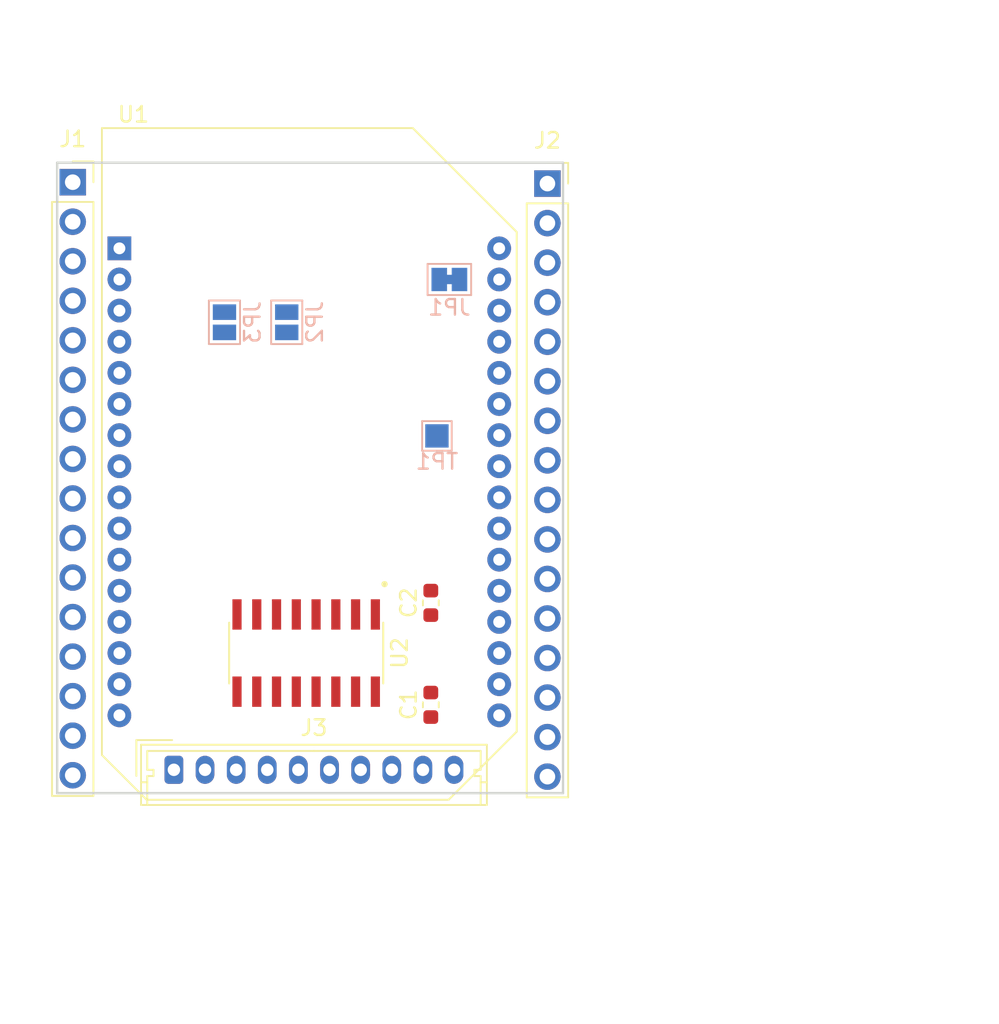
<source format=kicad_pcb>
(kicad_pcb (version 20171130) (host pcbnew "(2018-02-15 revision 29b28de31)-makepkg")

  (general
    (thickness 1.6)
    (drawings 7)
    (tracks 0)
    (zones 0)
    (modules 11)
    (nets 51)
  )

  (page A4)
  (layers
    (0 F.Cu signal)
    (31 B.Cu signal)
    (32 B.Adhes user)
    (33 F.Adhes user)
    (34 B.Paste user)
    (35 F.Paste user)
    (36 B.SilkS user)
    (37 F.SilkS user)
    (38 B.Mask user)
    (39 F.Mask user)
    (40 Dwgs.User user)
    (41 Cmts.User user)
    (42 Eco1.User user)
    (43 Eco2.User user)
    (44 Edge.Cuts user)
    (45 Margin user)
    (46 B.CrtYd user)
    (47 F.CrtYd user)
    (48 B.Fab user)
    (49 F.Fab user)
  )

  (setup
    (last_trace_width 0.25)
    (trace_clearance 0.2)
    (zone_clearance 0.508)
    (zone_45_only no)
    (trace_min 0.2)
    (segment_width 0.2)
    (edge_width 0.15)
    (via_size 0.8)
    (via_drill 0.4)
    (via_min_size 0.4)
    (via_min_drill 0.3)
    (uvia_size 0.3)
    (uvia_drill 0.1)
    (uvias_allowed no)
    (uvia_min_size 0.2)
    (uvia_min_drill 0.1)
    (pcb_text_width 0.3)
    (pcb_text_size 1.5 1.5)
    (mod_edge_width 0.15)
    (mod_text_size 1 1)
    (mod_text_width 0.15)
    (pad_size 1.524 1.524)
    (pad_drill 0.762)
    (pad_to_mask_clearance 0.2)
    (aux_axis_origin 0 0)
    (visible_elements 7FFFFFFF)
    (pcbplotparams
      (layerselection 0x010fc_ffffffff)
      (usegerberextensions false)
      (usegerberattributes false)
      (usegerberadvancedattributes false)
      (creategerberjobfile false)
      (excludeedgelayer true)
      (linewidth 0.100000)
      (plotframeref false)
      (viasonmask false)
      (mode 1)
      (useauxorigin false)
      (hpglpennumber 1)
      (hpglpenspeed 20)
      (hpglpendiameter 15)
      (psnegative false)
      (psa4output false)
      (plotreference true)
      (plotvalue true)
      (plotinvisibletext false)
      (padsonsilk false)
      (subtractmaskfromsilk false)
      (outputformat 1)
      (mirror false)
      (drillshape 1)
      (scaleselection 1)
      (outputdirectory ""))
  )

  (net 0 "")
  (net 1 "Net-(J1-Pad4)")
  (net 2 "Net-(J1-Pad6)")
  (net 3 "Net-(J1-Pad8)")
  (net 4 "Net-(J1-Pad10)")
  (net 5 "Net-(J1-Pad12)")
  (net 6 "Net-(J1-Pad14)")
  (net 7 "Net-(J1-Pad3)")
  (net 8 "Net-(J1-Pad5)")
  (net 9 "Net-(J1-Pad7)")
  (net 10 "Net-(J1-Pad9)")
  (net 11 "Net-(J1-Pad11)")
  (net 12 "Net-(J1-Pad13)")
  (net 13 "Net-(J2-Pad15)")
  (net 14 "Net-(J2-Pad13)")
  (net 15 "Net-(J2-Pad11)")
  (net 16 "Net-(J2-Pad9)")
  (net 17 "Net-(J2-Pad7)")
  (net 18 "Net-(J2-Pad3)")
  (net 19 "Net-(J2-Pad1)")
  (net 20 "Net-(J2-Pad16)")
  (net 21 "Net-(J2-Pad14)")
  (net 22 "Net-(J2-Pad12)")
  (net 23 "Net-(J2-Pad10)")
  (net 24 "Net-(J2-Pad8)")
  (net 25 "Net-(J2-Pad6)")
  (net 26 "Net-(J2-Pad2)")
  (net 27 U_D-)
  (net 28 U_D+)
  (net 29 MISO_O)
  (net 30 MOSI_O)
  (net 31 CLK_O)
  (net 32 CS1_O)
  (net 33 CS0_O)
  (net 34 CS2_O)
  (net 35 MISO_E)
  (net 36 CS2_E)
  (net 37 CS1_E)
  (net 38 CS0_E)
  (net 39 MOSI_E)
  (net 40 CLK_E)
  (net 41 3V3_C)
  (net 42 GND_C)
  (net 43 GND_I)
  (net 44 3V3_I)
  (net 45 "Net-(TP1-Pad1)")
  (net 46 3V3_O)
  (net 47 "Net-(JP2-Pad2)")
  (net 48 "Net-(JP2-Pad1)")
  (net 49 "Net-(JP3-Pad1)")
  (net 50 "Net-(JP3-Pad2)")

  (net_class Default "This is the default net class."
    (clearance 0.2)
    (trace_width 0.25)
    (via_dia 0.8)
    (via_drill 0.4)
    (uvia_dia 0.3)
    (uvia_drill 0.1)
    (add_net 3V3_C)
    (add_net 3V3_I)
    (add_net 3V3_O)
    (add_net CLK_E)
    (add_net CLK_O)
    (add_net CS0_E)
    (add_net CS0_O)
    (add_net CS1_E)
    (add_net CS1_O)
    (add_net CS2_E)
    (add_net CS2_O)
    (add_net GND_C)
    (add_net GND_I)
    (add_net MISO_E)
    (add_net MISO_O)
    (add_net MOSI_E)
    (add_net MOSI_O)
    (add_net "Net-(J1-Pad10)")
    (add_net "Net-(J1-Pad11)")
    (add_net "Net-(J1-Pad12)")
    (add_net "Net-(J1-Pad13)")
    (add_net "Net-(J1-Pad14)")
    (add_net "Net-(J1-Pad3)")
    (add_net "Net-(J1-Pad4)")
    (add_net "Net-(J1-Pad5)")
    (add_net "Net-(J1-Pad6)")
    (add_net "Net-(J1-Pad7)")
    (add_net "Net-(J1-Pad8)")
    (add_net "Net-(J1-Pad9)")
    (add_net "Net-(J2-Pad1)")
    (add_net "Net-(J2-Pad10)")
    (add_net "Net-(J2-Pad11)")
    (add_net "Net-(J2-Pad12)")
    (add_net "Net-(J2-Pad13)")
    (add_net "Net-(J2-Pad14)")
    (add_net "Net-(J2-Pad15)")
    (add_net "Net-(J2-Pad16)")
    (add_net "Net-(J2-Pad2)")
    (add_net "Net-(J2-Pad3)")
    (add_net "Net-(J2-Pad6)")
    (add_net "Net-(J2-Pad7)")
    (add_net "Net-(J2-Pad8)")
    (add_net "Net-(J2-Pad9)")
    (add_net "Net-(JP2-Pad1)")
    (add_net "Net-(JP2-Pad2)")
    (add_net "Net-(JP3-Pad1)")
    (add_net "Net-(JP3-Pad2)")
    (add_net "Net-(TP1-Pad1)")
    (add_net U_D+)
    (add_net U_D-)
  )

  (module Capacitor_SMD:C_0603_1608Metric (layer F.Cu) (tedit 5B301BBE) (tstamp 5D225332)
    (at 154.0075 107.775 90)
    (descr "Capacitor SMD 0603 (1608 Metric), square (rectangular) end terminal, IPC_7351 nominal, (Body size source: http://www.tortai-tech.com/upload/download/2011102023233369053.pdf), generated with kicad-footprint-generator")
    (tags capacitor)
    (path /5D15EF1D)
    (attr smd)
    (fp_text reference C2 (at 0 -1.43 90) (layer F.SilkS)
      (effects (font (size 1 1) (thickness 0.15)))
    )
    (fp_text value C_Small (at 0 1.43 90) (layer F.Fab)
      (effects (font (size 1 1) (thickness 0.15)))
    )
    (fp_text user %R (at 0 0 90) (layer F.Fab)
      (effects (font (size 0.4 0.4) (thickness 0.06)))
    )
    (fp_line (start 1.48 0.73) (end -1.48 0.73) (layer F.CrtYd) (width 0.05))
    (fp_line (start 1.48 -0.73) (end 1.48 0.73) (layer F.CrtYd) (width 0.05))
    (fp_line (start -1.48 -0.73) (end 1.48 -0.73) (layer F.CrtYd) (width 0.05))
    (fp_line (start -1.48 0.73) (end -1.48 -0.73) (layer F.CrtYd) (width 0.05))
    (fp_line (start -0.162779 0.51) (end 0.162779 0.51) (layer F.SilkS) (width 0.12))
    (fp_line (start -0.162779 -0.51) (end 0.162779 -0.51) (layer F.SilkS) (width 0.12))
    (fp_line (start 0.8 0.4) (end -0.8 0.4) (layer F.Fab) (width 0.1))
    (fp_line (start 0.8 -0.4) (end 0.8 0.4) (layer F.Fab) (width 0.1))
    (fp_line (start -0.8 -0.4) (end 0.8 -0.4) (layer F.Fab) (width 0.1))
    (fp_line (start -0.8 0.4) (end -0.8 -0.4) (layer F.Fab) (width 0.1))
    (pad 2 smd roundrect (at 0.7875 0 90) (size 0.875 0.95) (layers F.Cu F.Paste F.Mask)(roundrect_rratio 0.25)
      (net 43 GND_I))
    (pad 1 smd roundrect (at -0.7875 0 90) (size 0.875 0.95) (layers F.Cu F.Paste F.Mask)(roundrect_rratio 0.25)
      (net 44 3V3_I))
    (model ${KISYS3DMOD}/Capacitor_SMD.3dshapes/C_0603_1608Metric.wrl
      (at (xyz 0 0 0))
      (scale (xyz 1 1 1))
      (rotate (xyz 0 0 0))
    )
  )

  (module Capacitor_SMD:C_0603_1608Metric (layer F.Cu) (tedit 5B301BBE) (tstamp 5D225322)
    (at 154.0075 114.325 90)
    (descr "Capacitor SMD 0603 (1608 Metric), square (rectangular) end terminal, IPC_7351 nominal, (Body size source: http://www.tortai-tech.com/upload/download/2011102023233369053.pdf), generated with kicad-footprint-generator")
    (tags capacitor)
    (path /5D15EEE7)
    (attr smd)
    (fp_text reference C1 (at 0 -1.43 90) (layer F.SilkS)
      (effects (font (size 1 1) (thickness 0.15)))
    )
    (fp_text value C_Small (at 0 1.43 90) (layer F.Fab)
      (effects (font (size 1 1) (thickness 0.15)))
    )
    (fp_line (start -0.8 0.4) (end -0.8 -0.4) (layer F.Fab) (width 0.1))
    (fp_line (start -0.8 -0.4) (end 0.8 -0.4) (layer F.Fab) (width 0.1))
    (fp_line (start 0.8 -0.4) (end 0.8 0.4) (layer F.Fab) (width 0.1))
    (fp_line (start 0.8 0.4) (end -0.8 0.4) (layer F.Fab) (width 0.1))
    (fp_line (start -0.162779 -0.51) (end 0.162779 -0.51) (layer F.SilkS) (width 0.12))
    (fp_line (start -0.162779 0.51) (end 0.162779 0.51) (layer F.SilkS) (width 0.12))
    (fp_line (start -1.48 0.73) (end -1.48 -0.73) (layer F.CrtYd) (width 0.05))
    (fp_line (start -1.48 -0.73) (end 1.48 -0.73) (layer F.CrtYd) (width 0.05))
    (fp_line (start 1.48 -0.73) (end 1.48 0.73) (layer F.CrtYd) (width 0.05))
    (fp_line (start 1.48 0.73) (end -1.48 0.73) (layer F.CrtYd) (width 0.05))
    (fp_text user %R (at 0 0 90) (layer F.Fab)
      (effects (font (size 0.4 0.4) (thickness 0.06)))
    )
    (pad 1 smd roundrect (at -0.7875 0 90) (size 0.875 0.95) (layers F.Cu F.Paste F.Mask)(roundrect_rratio 0.25)
      (net 41 3V3_C))
    (pad 2 smd roundrect (at 0.7875 0 90) (size 0.875 0.95) (layers F.Cu F.Paste F.Mask)(roundrect_rratio 0.25)
      (net 42 GND_C))
    (model ${KISYS3DMOD}/Capacitor_SMD.3dshapes/C_0603_1608Metric.wrl
      (at (xyz 0 0 0))
      (scale (xyz 1 1 1))
      (rotate (xyz 0 0 0))
    )
  )

  (module Jumper:SolderJumper-2_P1.3mm_Bridged_Pad1.0x1.5mm (layer B.Cu) (tedit 5C756AB2) (tstamp 5D224709)
    (at 155.2 87)
    (descr "SMD Solder Jumper, 1x1.5mm Pads, 0.3mm gap, bridged with 1 copper strip")
    (tags "solder jumper open")
    (path /5D16821A)
    (attr virtual)
    (fp_text reference JP1 (at 0 1.8) (layer B.SilkS)
      (effects (font (size 1 1) (thickness 0.15)) (justify mirror))
    )
    (fp_text value Jumper_2_Bridged (at 0 -1.9) (layer B.Fab)
      (effects (font (size 1 1) (thickness 0.15)) (justify mirror))
    )
    (fp_poly (pts (xy -0.25 0.3) (xy 0.25 0.3) (xy 0.25 -0.3) (xy -0.25 -0.3)) (layer B.Cu) (width 0))
    (fp_line (start 1.65 -1.25) (end -1.65 -1.25) (layer B.CrtYd) (width 0.05))
    (fp_line (start 1.65 -1.25) (end 1.65 1.25) (layer B.CrtYd) (width 0.05))
    (fp_line (start -1.65 1.25) (end -1.65 -1.25) (layer B.CrtYd) (width 0.05))
    (fp_line (start -1.65 1.25) (end 1.65 1.25) (layer B.CrtYd) (width 0.05))
    (fp_line (start -1.4 1) (end 1.4 1) (layer B.SilkS) (width 0.12))
    (fp_line (start 1.4 1) (end 1.4 -1) (layer B.SilkS) (width 0.12))
    (fp_line (start 1.4 -1) (end -1.4 -1) (layer B.SilkS) (width 0.12))
    (fp_line (start -1.4 -1) (end -1.4 1) (layer B.SilkS) (width 0.12))
    (pad 2 smd rect (at 0.65 0) (size 1 1.5) (layers B.Cu B.Mask)
      (net 46 3V3_O))
    (pad 1 smd rect (at -0.65 0) (size 1 1.5) (layers B.Cu B.Mask)
      (net 41 3V3_C))
  )

  (module Jumper:SolderJumper-2_P1.3mm_Open_Pad1.0x1.5mm (layer B.Cu) (tedit 5A3EABFC) (tstamp 5D2246FA)
    (at 140.75 89.75 90)
    (descr "SMD Solder Jumper, 1x1.5mm Pads, 0.3mm gap, open")
    (tags "solder jumper open")
    (path /5D16E0D1)
    (attr virtual)
    (fp_text reference JP3 (at 0 1.8 90) (layer B.SilkS)
      (effects (font (size 1 1) (thickness 0.15)) (justify mirror))
    )
    (fp_text value Jumper_NO_Small (at 0 -1.9 90) (layer B.Fab)
      (effects (font (size 1 1) (thickness 0.15)) (justify mirror))
    )
    (fp_line (start -1.4 -1) (end -1.4 1) (layer B.SilkS) (width 0.12))
    (fp_line (start 1.4 -1) (end -1.4 -1) (layer B.SilkS) (width 0.12))
    (fp_line (start 1.4 1) (end 1.4 -1) (layer B.SilkS) (width 0.12))
    (fp_line (start -1.4 1) (end 1.4 1) (layer B.SilkS) (width 0.12))
    (fp_line (start -1.65 1.25) (end 1.65 1.25) (layer B.CrtYd) (width 0.05))
    (fp_line (start -1.65 1.25) (end -1.65 -1.25) (layer B.CrtYd) (width 0.05))
    (fp_line (start 1.65 -1.25) (end 1.65 1.25) (layer B.CrtYd) (width 0.05))
    (fp_line (start 1.65 -1.25) (end -1.65 -1.25) (layer B.CrtYd) (width 0.05))
    (pad 2 smd rect (at 0.65 0 90) (size 1 1.5) (layers B.Cu B.Mask)
      (net 50 "Net-(JP3-Pad2)"))
    (pad 1 smd rect (at -0.65 0 90) (size 1 1.5) (layers B.Cu B.Mask)
      (net 49 "Net-(JP3-Pad1)"))
  )

  (module Jumper:SolderJumper-2_P1.3mm_Open_Pad1.0x1.5mm (layer B.Cu) (tedit 5A3EABFC) (tstamp 5D2246EC)
    (at 144.75 89.75 90)
    (descr "SMD Solder Jumper, 1x1.5mm Pads, 0.3mm gap, open")
    (tags "solder jumper open")
    (path /5D16E11E)
    (attr virtual)
    (fp_text reference JP2 (at 0 1.8 90) (layer B.SilkS)
      (effects (font (size 1 1) (thickness 0.15)) (justify mirror))
    )
    (fp_text value Jumper_NO_Small (at 0 -1.9 90) (layer B.Fab)
      (effects (font (size 1 1) (thickness 0.15)) (justify mirror))
    )
    (fp_line (start 1.65 -1.25) (end -1.65 -1.25) (layer B.CrtYd) (width 0.05))
    (fp_line (start 1.65 -1.25) (end 1.65 1.25) (layer B.CrtYd) (width 0.05))
    (fp_line (start -1.65 1.25) (end -1.65 -1.25) (layer B.CrtYd) (width 0.05))
    (fp_line (start -1.65 1.25) (end 1.65 1.25) (layer B.CrtYd) (width 0.05))
    (fp_line (start -1.4 1) (end 1.4 1) (layer B.SilkS) (width 0.12))
    (fp_line (start 1.4 1) (end 1.4 -1) (layer B.SilkS) (width 0.12))
    (fp_line (start 1.4 -1) (end -1.4 -1) (layer B.SilkS) (width 0.12))
    (fp_line (start -1.4 -1) (end -1.4 1) (layer B.SilkS) (width 0.12))
    (pad 1 smd rect (at -0.65 0 90) (size 1 1.5) (layers B.Cu B.Mask)
      (net 48 "Net-(JP2-Pad1)"))
    (pad 2 smd rect (at 0.65 0 90) (size 1 1.5) (layers B.Cu B.Mask)
      (net 47 "Net-(JP2-Pad2)"))
  )

  (module TestPoint:TestPoint_Pad_1.5x1.5mm (layer B.Cu) (tedit 5A0F774F) (tstamp 5D2245CA)
    (at 154.4 97.05)
    (descr "SMD rectangular pad as test Point, square 1.5mm side length")
    (tags "test point SMD pad rectangle square")
    (path /5D151FE3)
    (attr virtual)
    (fp_text reference TP1 (at 0 1.648) (layer B.SilkS)
      (effects (font (size 1 1) (thickness 0.15)) (justify mirror))
    )
    (fp_text value TestPoint (at 0 -1.75) (layer B.Fab)
      (effects (font (size 1 1) (thickness 0.15)) (justify mirror))
    )
    (fp_line (start 1.25 -1.25) (end -1.25 -1.25) (layer B.CrtYd) (width 0.05))
    (fp_line (start 1.25 -1.25) (end 1.25 1.25) (layer B.CrtYd) (width 0.05))
    (fp_line (start -1.25 1.25) (end -1.25 -1.25) (layer B.CrtYd) (width 0.05))
    (fp_line (start -1.25 1.25) (end 1.25 1.25) (layer B.CrtYd) (width 0.05))
    (fp_line (start -0.95 -0.95) (end -0.95 0.95) (layer B.SilkS) (width 0.12))
    (fp_line (start 0.95 -0.95) (end -0.95 -0.95) (layer B.SilkS) (width 0.12))
    (fp_line (start 0.95 0.95) (end 0.95 -0.95) (layer B.SilkS) (width 0.12))
    (fp_line (start -0.95 0.95) (end 0.95 0.95) (layer B.SilkS) (width 0.12))
    (fp_text user %R (at 0 1.65) (layer B.Fab)
      (effects (font (size 1 1) (thickness 0.15)) (justify mirror))
    )
    (pad 1 smd rect (at 0 0) (size 1.5 1.5) (layers B.Cu B.Mask)
      (net 45 "Net-(TP1-Pad1)"))
  )

  (module SI8661AB-B-IS1:SOIC127P600X175-16N (layer F.Cu) (tedit 5CE7833E) (tstamp 5D00E595)
    (at 146 111 270)
    (path /5CE781D0)
    (attr smd)
    (fp_text reference U2 (at 0 -6 270) (layer F.SilkS)
      (effects (font (size 1 1) (thickness 0.15)))
    )
    (fp_text value SI8661AB-B-IS1 (at 5.5 0) (layer F.SilkS) hide
      (effects (font (size 1.00309 1.00309) (thickness 0.05)))
    )
    (fp_circle (center -4.43 -5.035) (end -4.23 -5.035) (layer F.SilkS) (width 0))
    (fp_circle (center -4.43 -5.035) (end -4.23 -5.035) (layer Dwgs.User) (width 0))
    (fp_line (start -1.95 -4.95) (end 1.95 -4.95) (layer Dwgs.User) (width 0.127))
    (fp_line (start -1.95 4.95) (end 1.95 4.95) (layer Dwgs.User) (width 0.127))
    (fp_line (start -1.95 -4.95) (end 1.95 -4.95) (layer F.SilkS) (width 0.127))
    (fp_line (start -1.95 4.95) (end 1.95 4.95) (layer F.SilkS) (width 0.127))
    (fp_line (start -1.95 -4.95) (end -1.95 4.95) (layer Dwgs.User) (width 0.127))
    (fp_line (start 1.95 -4.95) (end 1.95 4.95) (layer Dwgs.User) (width 0.127))
    (fp_line (start -3.705 -5.2) (end 3.705 -5.2) (layer Dwgs.User) (width 0.05))
    (fp_line (start -3.705 5.2) (end 3.705 5.2) (layer Dwgs.User) (width 0.05))
    (fp_line (start -3.705 -5.2) (end -3.705 5.2) (layer Dwgs.User) (width 0.05))
    (fp_line (start 3.705 -5.2) (end 3.705 5.2) (layer Dwgs.User) (width 0.05))
    (pad 1 smd rect (at -2.48 -4.445 270) (size 1.95 0.59) (layers F.Cu F.Paste F.Mask)
      (net 41 3V3_C))
    (pad 2 smd rect (at -2.48 -3.175 270) (size 1.95 0.59) (layers F.Cu F.Paste F.Mask)
      (net 31 CLK_O))
    (pad 3 smd rect (at -2.48 -1.905 270) (size 1.95 0.59) (layers F.Cu F.Paste F.Mask)
      (net 30 MOSI_O))
    (pad 4 smd rect (at -2.48 -0.635 270) (size 1.95 0.59) (layers F.Cu F.Paste F.Mask)
      (net 33 CS0_O))
    (pad 5 smd rect (at -2.48 0.635 270) (size 1.95 0.59) (layers F.Cu F.Paste F.Mask)
      (net 32 CS1_O))
    (pad 6 smd rect (at -2.48 1.905 270) (size 1.95 0.59) (layers F.Cu F.Paste F.Mask)
      (net 34 CS2_O))
    (pad 7 smd rect (at -2.48 3.175 270) (size 1.95 0.59) (layers F.Cu F.Paste F.Mask)
      (net 29 MISO_O))
    (pad 8 smd rect (at -2.48 4.445 270) (size 1.95 0.59) (layers F.Cu F.Paste F.Mask)
      (net 42 GND_C))
    (pad 9 smd rect (at 2.48 4.445 270) (size 1.95 0.59) (layers F.Cu F.Paste F.Mask)
      (net 43 GND_I))
    (pad 10 smd rect (at 2.48 3.175 270) (size 1.95 0.59) (layers F.Cu F.Paste F.Mask)
      (net 35 MISO_E))
    (pad 11 smd rect (at 2.48 1.905 270) (size 1.95 0.59) (layers F.Cu F.Paste F.Mask)
      (net 36 CS2_E))
    (pad 12 smd rect (at 2.48 0.635 270) (size 1.95 0.59) (layers F.Cu F.Paste F.Mask)
      (net 37 CS1_E))
    (pad 13 smd rect (at 2.48 -0.635 270) (size 1.95 0.59) (layers F.Cu F.Paste F.Mask)
      (net 38 CS0_E))
    (pad 14 smd rect (at 2.48 -1.905 270) (size 1.95 0.59) (layers F.Cu F.Paste F.Mask)
      (net 39 MOSI_E))
    (pad 15 smd rect (at 2.48 -3.175 270) (size 1.95 0.59) (layers F.Cu F.Paste F.Mask)
      (net 40 CLK_E))
    (pad 16 smd rect (at 2.48 -4.445 270) (size 1.95 0.59) (layers F.Cu F.Paste F.Mask)
      (net 44 3V3_I))
    (model ${KISYS3DMOD}/Package_SO.3dshapes/SOIC-16_3.9x9.9mm_P1.27mm.step
      (at (xyz 0 0 0))
      (scale (xyz 1 1 1))
      (rotate (xyz 0 0 0))
    )
  )

  (module Connector_Molex:Molex_Micro-Latch_53253-1070_1x10_P2.00mm_Vertical (layer F.Cu) (tedit 5B781643) (tstamp 5CD9BC88)
    (at 137.5 118.5)
    (descr "Molex Micro-Latch Wire-to-Board Connector System, 53253-1070 (compatible alternatives: 53253-1050), 10 Pins per row (http://www.molex.com/pdm_docs/sd/532530770_sd.pdf), generated with kicad-footprint-generator")
    (tags "connector Molex Micro-Latch side entry")
    (path /5CCCB8CA)
    (fp_text reference J3 (at 9 -2.7) (layer F.SilkS)
      (effects (font (size 1 1) (thickness 0.15)))
    )
    (fp_text value Conn_01x10 (at 9 3.35) (layer F.Fab)
      (effects (font (size 1 1) (thickness 0.15)))
    )
    (fp_line (start -2 -1.5) (end -2 2.15) (layer F.Fab) (width 0.1))
    (fp_line (start -2 2.15) (end 20 2.15) (layer F.Fab) (width 0.1))
    (fp_line (start 20 2.15) (end 20 -1.5) (layer F.Fab) (width 0.1))
    (fp_line (start 20 -1.5) (end -2 -1.5) (layer F.Fab) (width 0.1))
    (fp_line (start -2.11 -1.61) (end -2.11 2.26) (layer F.SilkS) (width 0.12))
    (fp_line (start -2.11 2.26) (end 20.11 2.26) (layer F.SilkS) (width 0.12))
    (fp_line (start 20.11 2.26) (end 20.11 -1.61) (layer F.SilkS) (width 0.12))
    (fp_line (start 20.11 -1.61) (end -2.11 -1.61) (layer F.SilkS) (width 0.12))
    (fp_line (start -0.11 -1.91) (end -2.41 -1.91) (layer F.SilkS) (width 0.12))
    (fp_line (start -2.41 -1.91) (end -2.41 0.39) (layer F.SilkS) (width 0.12))
    (fp_line (start -0.5 -1.5) (end 0 -0.792893) (layer F.Fab) (width 0.1))
    (fp_line (start 0 -0.792893) (end 0.5 -1.5) (layer F.Fab) (width 0.1))
    (fp_line (start -2.11 0.8) (end -1.71 0.8) (layer F.SilkS) (width 0.12))
    (fp_line (start 20.11 0.8) (end 19.71 0.8) (layer F.SilkS) (width 0.12))
    (fp_line (start 9 -1.21) (end -1.71 -1.21) (layer F.SilkS) (width 0.12))
    (fp_line (start -1.71 -1.21) (end -1.71 0) (layer F.SilkS) (width 0.12))
    (fp_line (start -1.71 0) (end -1.31 0) (layer F.SilkS) (width 0.12))
    (fp_line (start -1.31 0) (end -1.31 0.4) (layer F.SilkS) (width 0.12))
    (fp_line (start -1.31 0.4) (end -1.71 0.4) (layer F.SilkS) (width 0.12))
    (fp_line (start -1.71 0.4) (end -1.71 2.26) (layer F.SilkS) (width 0.12))
    (fp_line (start 9 -1.21) (end 19.71 -1.21) (layer F.SilkS) (width 0.12))
    (fp_line (start 19.71 -1.21) (end 19.71 0) (layer F.SilkS) (width 0.12))
    (fp_line (start 19.71 0) (end 19.31 0) (layer F.SilkS) (width 0.12))
    (fp_line (start 19.31 0) (end 19.31 0.4) (layer F.SilkS) (width 0.12))
    (fp_line (start 19.31 0.4) (end 19.71 0.4) (layer F.SilkS) (width 0.12))
    (fp_line (start 19.71 0.4) (end 19.71 2.26) (layer F.SilkS) (width 0.12))
    (fp_line (start -2.5 -2) (end -2.5 2.65) (layer F.CrtYd) (width 0.05))
    (fp_line (start -2.5 2.65) (end 20.5 2.65) (layer F.CrtYd) (width 0.05))
    (fp_line (start 20.5 2.65) (end 20.5 -2) (layer F.CrtYd) (width 0.05))
    (fp_line (start 20.5 -2) (end -2.5 -2) (layer F.CrtYd) (width 0.05))
    (fp_text user %R (at 9 1.45) (layer F.Fab)
      (effects (font (size 1 1) (thickness 0.15)))
    )
    (pad 1 thru_hole roundrect (at 0 0) (size 1.2 1.8) (drill 0.8) (layers *.Cu *.Mask)(roundrect_rratio 0.208333)
      (net 41 3V3_C))
    (pad 2 thru_hole oval (at 2 0) (size 1.2 1.8) (drill 0.8) (layers *.Cu *.Mask)
      (net 42 GND_C))
    (pad 3 thru_hole oval (at 4 0) (size 1.2 1.8) (drill 0.8) (layers *.Cu *.Mask)
      (net 36 CS2_E))
    (pad 4 thru_hole oval (at 6 0) (size 1.2 1.8) (drill 0.8) (layers *.Cu *.Mask)
      (net 38 CS0_E))
    (pad 5 thru_hole oval (at 8 0) (size 1.2 1.8) (drill 0.8) (layers *.Cu *.Mask)
      (net 40 CLK_E))
    (pad 6 thru_hole oval (at 10 0) (size 1.2 1.8) (drill 0.8) (layers *.Cu *.Mask)
      (net 35 MISO_E))
    (pad 7 thru_hole oval (at 12 0) (size 1.2 1.8) (drill 0.8) (layers *.Cu *.Mask)
      (net 39 MOSI_E))
    (pad 8 thru_hole oval (at 14 0) (size 1.2 1.8) (drill 0.8) (layers *.Cu *.Mask)
      (net 37 CS1_E))
    (pad 9 thru_hole oval (at 16 0) (size 1.2 1.8) (drill 0.8) (layers *.Cu *.Mask)
      (net 43 GND_I))
    (pad 10 thru_hole oval (at 18 0) (size 1.2 1.8) (drill 0.8) (layers *.Cu *.Mask)
      (net 44 3V3_I))
    (model ${KIPRJMOD}/3dmodels/532901080.stp
      (offset (xyz 9 0 1.5))
      (scale (xyz 1 1 1))
      (rotate (xyz 0 0 0))
    )
  )

  (module Connector_PinSocket_2.54mm:PinSocket_1x16_P2.54mm_Vertical (layer F.Cu) (tedit 5A19A41E) (tstamp 5CE30F43)
    (at 161.5 80.84)
    (descr "Through hole straight socket strip, 1x16, 2.54mm pitch, single row (from Kicad 4.0.7), script generated")
    (tags "Through hole socket strip THT 1x16 2.54mm single row")
    (path /5CCCA30A)
    (fp_text reference J2 (at 0 -2.77) (layer F.SilkS)
      (effects (font (size 1 1) (thickness 0.15)))
    )
    (fp_text value Conn_01x16 (at 0 40.87) (layer F.Fab)
      (effects (font (size 1 1) (thickness 0.15)))
    )
    (fp_text user %R (at 0 19.05 90) (layer F.Fab)
      (effects (font (size 1 1) (thickness 0.15)))
    )
    (fp_line (start -1.8 39.9) (end -1.8 -1.8) (layer F.CrtYd) (width 0.05))
    (fp_line (start 1.75 39.9) (end -1.8 39.9) (layer F.CrtYd) (width 0.05))
    (fp_line (start 1.75 -1.8) (end 1.75 39.9) (layer F.CrtYd) (width 0.05))
    (fp_line (start -1.8 -1.8) (end 1.75 -1.8) (layer F.CrtYd) (width 0.05))
    (fp_line (start 0 -1.33) (end 1.33 -1.33) (layer F.SilkS) (width 0.12))
    (fp_line (start 1.33 -1.33) (end 1.33 0) (layer F.SilkS) (width 0.12))
    (fp_line (start 1.33 1.27) (end 1.33 39.43) (layer F.SilkS) (width 0.12))
    (fp_line (start -1.33 39.43) (end 1.33 39.43) (layer F.SilkS) (width 0.12))
    (fp_line (start -1.33 1.27) (end -1.33 39.43) (layer F.SilkS) (width 0.12))
    (fp_line (start -1.33 1.27) (end 1.33 1.27) (layer F.SilkS) (width 0.12))
    (fp_line (start -1.27 39.37) (end -1.27 -1.27) (layer F.Fab) (width 0.1))
    (fp_line (start 1.27 39.37) (end -1.27 39.37) (layer F.Fab) (width 0.1))
    (fp_line (start 1.27 -0.635) (end 1.27 39.37) (layer F.Fab) (width 0.1))
    (fp_line (start 0.635 -1.27) (end 1.27 -0.635) (layer F.Fab) (width 0.1))
    (fp_line (start -1.27 -1.27) (end 0.635 -1.27) (layer F.Fab) (width 0.1))
    (pad 16 thru_hole oval (at 0 38.1) (size 1.7 1.7) (drill 1) (layers *.Cu *.Mask)
      (net 20 "Net-(J2-Pad16)"))
    (pad 15 thru_hole oval (at 0 35.56) (size 1.7 1.7) (drill 1) (layers *.Cu *.Mask)
      (net 13 "Net-(J2-Pad15)"))
    (pad 14 thru_hole oval (at 0 33.02) (size 1.7 1.7) (drill 1) (layers *.Cu *.Mask)
      (net 21 "Net-(J2-Pad14)"))
    (pad 13 thru_hole oval (at 0 30.48) (size 1.7 1.7) (drill 1) (layers *.Cu *.Mask)
      (net 14 "Net-(J2-Pad13)"))
    (pad 12 thru_hole oval (at 0 27.94) (size 1.7 1.7) (drill 1) (layers *.Cu *.Mask)
      (net 22 "Net-(J2-Pad12)"))
    (pad 11 thru_hole oval (at 0 25.4) (size 1.7 1.7) (drill 1) (layers *.Cu *.Mask)
      (net 15 "Net-(J2-Pad11)"))
    (pad 10 thru_hole oval (at 0 22.86) (size 1.7 1.7) (drill 1) (layers *.Cu *.Mask)
      (net 23 "Net-(J2-Pad10)"))
    (pad 9 thru_hole oval (at 0 20.32) (size 1.7 1.7) (drill 1) (layers *.Cu *.Mask)
      (net 16 "Net-(J2-Pad9)"))
    (pad 8 thru_hole oval (at 0 17.78) (size 1.7 1.7) (drill 1) (layers *.Cu *.Mask)
      (net 24 "Net-(J2-Pad8)"))
    (pad 7 thru_hole oval (at 0 15.24) (size 1.7 1.7) (drill 1) (layers *.Cu *.Mask)
      (net 17 "Net-(J2-Pad7)"))
    (pad 6 thru_hole oval (at 0 12.7) (size 1.7 1.7) (drill 1) (layers *.Cu *.Mask)
      (net 25 "Net-(J2-Pad6)"))
    (pad 5 thru_hole oval (at 0 10.16) (size 1.7 1.7) (drill 1) (layers *.Cu *.Mask)
      (net 27 U_D-))
    (pad 4 thru_hole oval (at 0 7.62) (size 1.7 1.7) (drill 1) (layers *.Cu *.Mask)
      (net 28 U_D+))
    (pad 3 thru_hole oval (at 0 5.08) (size 1.7 1.7) (drill 1) (layers *.Cu *.Mask)
      (net 18 "Net-(J2-Pad3)"))
    (pad 2 thru_hole oval (at 0 2.54) (size 1.7 1.7) (drill 1) (layers *.Cu *.Mask)
      (net 26 "Net-(J2-Pad2)"))
    (pad 1 thru_hole rect (at 0 0) (size 1.7 1.7) (drill 1) (layers *.Cu *.Mask)
      (net 19 "Net-(J2-Pad1)"))
    (model ${KISYS3DMOD}/Connector_PinSocket_2.54mm.3dshapes/PinSocket_1x16_P2.54mm_Vertical.wrl
      (at (xyz 0 0 0))
      (scale (xyz 1 1 1))
      (rotate (xyz 0 0 0))
    )
  )

  (module Connector_PinSocket_2.54mm:PinSocket_1x16_P2.54mm_Vertical (layer F.Cu) (tedit 5A19A41E) (tstamp 5CE30F20)
    (at 131 80.75)
    (descr "Through hole straight socket strip, 1x16, 2.54mm pitch, single row (from Kicad 4.0.7), script generated")
    (tags "Through hole socket strip THT 1x16 2.54mm single row")
    (path /5CCCA264)
    (fp_text reference J1 (at 0 -2.77) (layer F.SilkS)
      (effects (font (size 1 1) (thickness 0.15)))
    )
    (fp_text value Conn_01x16 (at 0 40.87) (layer F.Fab)
      (effects (font (size 1 1) (thickness 0.15)))
    )
    (fp_line (start -1.27 -1.27) (end 0.635 -1.27) (layer F.Fab) (width 0.1))
    (fp_line (start 0.635 -1.27) (end 1.27 -0.635) (layer F.Fab) (width 0.1))
    (fp_line (start 1.27 -0.635) (end 1.27 39.37) (layer F.Fab) (width 0.1))
    (fp_line (start 1.27 39.37) (end -1.27 39.37) (layer F.Fab) (width 0.1))
    (fp_line (start -1.27 39.37) (end -1.27 -1.27) (layer F.Fab) (width 0.1))
    (fp_line (start -1.33 1.27) (end 1.33 1.27) (layer F.SilkS) (width 0.12))
    (fp_line (start -1.33 1.27) (end -1.33 39.43) (layer F.SilkS) (width 0.12))
    (fp_line (start -1.33 39.43) (end 1.33 39.43) (layer F.SilkS) (width 0.12))
    (fp_line (start 1.33 1.27) (end 1.33 39.43) (layer F.SilkS) (width 0.12))
    (fp_line (start 1.33 -1.33) (end 1.33 0) (layer F.SilkS) (width 0.12))
    (fp_line (start 0 -1.33) (end 1.33 -1.33) (layer F.SilkS) (width 0.12))
    (fp_line (start -1.8 -1.8) (end 1.75 -1.8) (layer F.CrtYd) (width 0.05))
    (fp_line (start 1.75 -1.8) (end 1.75 39.9) (layer F.CrtYd) (width 0.05))
    (fp_line (start 1.75 39.9) (end -1.8 39.9) (layer F.CrtYd) (width 0.05))
    (fp_line (start -1.8 39.9) (end -1.8 -1.8) (layer F.CrtYd) (width 0.05))
    (fp_text user %R (at 0 19.05 90) (layer F.Fab)
      (effects (font (size 1 1) (thickness 0.15)))
    )
    (pad 1 thru_hole rect (at 0 0) (size 1.7 1.7) (drill 1) (layers *.Cu *.Mask)
      (net 41 3V3_C))
    (pad 2 thru_hole oval (at 0 2.54) (size 1.7 1.7) (drill 1) (layers *.Cu *.Mask)
      (net 46 3V3_O))
    (pad 3 thru_hole oval (at 0 5.08) (size 1.7 1.7) (drill 1) (layers *.Cu *.Mask)
      (net 7 "Net-(J1-Pad3)"))
    (pad 4 thru_hole oval (at 0 7.62) (size 1.7 1.7) (drill 1) (layers *.Cu *.Mask)
      (net 1 "Net-(J1-Pad4)"))
    (pad 5 thru_hole oval (at 0 10.16) (size 1.7 1.7) (drill 1) (layers *.Cu *.Mask)
      (net 8 "Net-(J1-Pad5)"))
    (pad 6 thru_hole oval (at 0 12.7) (size 1.7 1.7) (drill 1) (layers *.Cu *.Mask)
      (net 2 "Net-(J1-Pad6)"))
    (pad 7 thru_hole oval (at 0 15.24) (size 1.7 1.7) (drill 1) (layers *.Cu *.Mask)
      (net 9 "Net-(J1-Pad7)"))
    (pad 8 thru_hole oval (at 0 17.78) (size 1.7 1.7) (drill 1) (layers *.Cu *.Mask)
      (net 3 "Net-(J1-Pad8)"))
    (pad 9 thru_hole oval (at 0 20.32) (size 1.7 1.7) (drill 1) (layers *.Cu *.Mask)
      (net 10 "Net-(J1-Pad9)"))
    (pad 10 thru_hole oval (at 0 22.86) (size 1.7 1.7) (drill 1) (layers *.Cu *.Mask)
      (net 4 "Net-(J1-Pad10)"))
    (pad 11 thru_hole oval (at 0 25.4) (size 1.7 1.7) (drill 1) (layers *.Cu *.Mask)
      (net 11 "Net-(J1-Pad11)"))
    (pad 12 thru_hole oval (at 0 27.94) (size 1.7 1.7) (drill 1) (layers *.Cu *.Mask)
      (net 5 "Net-(J1-Pad12)"))
    (pad 13 thru_hole oval (at 0 30.48) (size 1.7 1.7) (drill 1) (layers *.Cu *.Mask)
      (net 12 "Net-(J1-Pad13)"))
    (pad 14 thru_hole oval (at 0 33.02) (size 1.7 1.7) (drill 1) (layers *.Cu *.Mask)
      (net 6 "Net-(J1-Pad14)"))
    (pad 15 thru_hole oval (at 0 35.56) (size 1.7 1.7) (drill 1) (layers *.Cu *.Mask)
      (net 42 GND_C))
    (pad 16 thru_hole oval (at 0 38.1) (size 1.7 1.7) (drill 1) (layers *.Cu *.Mask)
      (net 42 GND_C))
    (model ${KISYS3DMOD}/Connector_PinSocket_2.54mm.3dshapes/PinSocket_1x16_P2.54mm_Vertical.wrl
      (at (xyz 0 0 0))
      (scale (xyz 1 1 1))
      (rotate (xyz 0 0 0))
    )
  )

  (module Module:Onion_Omega2+ (layer F.Cu) (tedit 5C6359D3) (tstamp 5CD73AC2)
    (at 134 85)
    (descr https://onion.io/omega2/)
    (tags "Omega Onion module")
    (path /5CCC9FAB)
    (fp_text reference U1 (at 0.9 -8.6) (layer F.SilkS)
      (effects (font (size 1 1) (thickness 0.15)))
    )
    (fp_text value Omega2+ (at 12.2 36.6) (layer F.Fab)
      (effects (font (size 1 1) (thickness 0.15)))
    )
    (fp_line (start -1 -7.6) (end -1 32.5) (layer F.Fab) (width 0.1))
    (fp_line (start 1.8 35.3) (end 21.1 35.3) (layer F.Fab) (width 0.1))
    (fp_line (start 25.4 31) (end 25.4 -1) (layer F.Fab) (width 0.1))
    (fp_line (start 18.8 -7.6) (end -1 -7.6) (layer F.Fab) (width 0.1))
    (fp_line (start 18.8 -7.6) (end 25.4 -1) (layer F.Fab) (width 0.1))
    (fp_line (start 25.4 31) (end 21.1 35.3) (layer F.Fab) (width 0.1))
    (fp_line (start -1 32.5) (end 1.8 35.3) (layer F.Fab) (width 0.1))
    (fp_line (start 1.7 35.55) (end 21.2 35.55) (layer F.CrtYd) (width 0.05))
    (fp_line (start -1.25 -7.85) (end -1.25 32.6) (layer F.CrtYd) (width 0.05))
    (fp_line (start 25.65 -1.1) (end 25.65 31.1) (layer F.CrtYd) (width 0.05))
    (fp_line (start -1.25 -7.85) (end 18.9 -7.85) (layer F.CrtYd) (width 0.05))
    (fp_text user %R (at 12.2 15) (layer F.Fab)
      (effects (font (size 1 1) (thickness 0.15)))
    )
    (fp_line (start 1.75 35.425) (end 21.15 35.425) (layer F.SilkS) (width 0.12))
    (fp_line (start 21.15 35.425) (end 25.525 31.05) (layer F.SilkS) (width 0.12))
    (fp_line (start 25.525 31.05) (end 25.525 -1.05) (layer F.SilkS) (width 0.12))
    (fp_line (start 25.525 -1.05) (end 18.85 -7.725) (layer F.SilkS) (width 0.12))
    (fp_line (start 18.85 -7.725) (end -1.125 -7.725) (layer F.SilkS) (width 0.12))
    (fp_line (start -1.125 -7.725) (end -1.125 32.55) (layer F.SilkS) (width 0.12))
    (fp_line (start -1.125 32.55) (end 1.75 35.425) (layer F.SilkS) (width 0.12))
    (fp_circle (center 1.4 32.4) (end 2.525 32.4) (layer F.Fab) (width 0.1))
    (fp_circle (center 21.4 32.4) (end 22.525 32.4) (layer F.Fab) (width 0.1))
    (fp_line (start -1.25 32.6) (end 1.7 35.55) (layer F.CrtYd) (width 0.05))
    (fp_line (start 1.75 29.6) (end 1.75 -1) (layer F.Fab) (width 0.1))
    (fp_line (start 23 -1) (end 1.75 -1) (layer F.Fab) (width 0.1))
    (fp_line (start 23 -1) (end 23 29.6) (layer F.Fab) (width 0.1))
    (fp_line (start 1.75 29.6) (end 3.75 29.6) (layer F.Fab) (width 0.1))
    (fp_line (start 3.75 29.6) (end 3.75 34.8) (layer F.Fab) (width 0.1))
    (fp_line (start 3.75 34.8) (end 19.5 34.8) (layer F.Fab) (width 0.1))
    (fp_line (start 19.5 34.8) (end 19.5 29.6) (layer F.Fab) (width 0.1))
    (fp_line (start 19.5 29.6) (end 23 29.6) (layer F.Fab) (width 0.1))
    (fp_line (start 20.6 -4.6) (end 18 -4.6) (layer F.Fab) (width 0.1))
    (fp_line (start 18 -4.6) (end 18 -2) (layer F.Fab) (width 0.1))
    (fp_line (start 18 -2) (end 20.6 -2) (layer F.Fab) (width 0.1))
    (fp_line (start 20.6 -2) (end 20.6 -4.6) (layer F.Fab) (width 0.1))
    (fp_line (start 14.775 -7.05) (end 13.025 -7.05) (layer F.Fab) (width 0.1))
    (fp_line (start 13.025 -7.05) (end 13.025 -3.35) (layer F.Fab) (width 0.1))
    (fp_line (start 13.025 -3.35) (end 14.775 -3.35) (layer F.Fab) (width 0.1))
    (fp_line (start 14.775 -3.35) (end 14.775 -7.05) (layer F.Fab) (width 0.1))
    (fp_line (start 3.325 -5.55) (end 2.475 -5.55) (layer F.Fab) (width 0.1))
    (fp_line (start 2.475 -5.55) (end 2.475 -3.85) (layer F.Fab) (width 0.1))
    (fp_line (start 2.475 -3.85) (end 3.325 -3.85) (layer F.Fab) (width 0.1))
    (fp_line (start 3.325 -3.85) (end 3.325 -5.55) (layer F.Fab) (width 0.1))
    (fp_circle (center 19.3 -3.3) (end 20.25 -3.3) (layer F.Fab) (width 0.1))
    (fp_circle (center 19.3 -3.3) (end 19.35 -3.3) (layer F.Fab) (width 0.1))
    (fp_line (start 5 20.8) (end 18.2 20.8) (layer F.Fab) (width 0.1))
    (fp_line (start 5 20.8) (end 5 34.8) (layer F.Fab) (width 0.1))
    (fp_line (start 18.2 20.8) (end 18.2 34.8) (layer F.Fab) (width 0.1))
    (fp_line (start 5 34.8) (end 5.8 34.8) (layer F.Fab) (width 0.1))
    (fp_line (start 5.8 34.8) (end 5.8 32) (layer F.Fab) (width 0.1))
    (fp_line (start 5.8 32) (end 14.8 32) (layer F.Fab) (width 0.1))
    (fp_line (start 14.8 32) (end 16 34.8) (layer F.Fab) (width 0.1))
    (fp_line (start 16 34.8) (end 18.2 34.8) (layer F.Fab) (width 0.1))
    (fp_line (start 21.2 35.55) (end 25.65 31.1) (layer F.CrtYd) (width 0.05))
    (fp_line (start 18.9 -7.85) (end 25.65 -1.1) (layer F.CrtYd) (width 0.05))
    (fp_line (start 5 34.8) (end 5 49.8) (layer Dwgs.User) (width 0.1))
    (fp_line (start 18.2 34.8) (end 18.2 49.8) (layer Dwgs.User) (width 0.1))
    (fp_line (start 5 49.8) (end 18.2 49.8) (layer Dwgs.User) (width 0.1))
    (fp_line (start 5 34.8) (end 18.2 34.8) (layer Dwgs.User) (width 0.1))
    (fp_line (start 5 36.8) (end 7 34.8) (layer Dwgs.User) (width 0.1))
    (fp_line (start 5 38.8) (end 9 34.8) (layer Dwgs.User) (width 0.1))
    (fp_line (start 5 40.8) (end 11 34.8) (layer Dwgs.User) (width 0.1))
    (fp_line (start 5 42.8) (end 13 34.8) (layer Dwgs.User) (width 0.1))
    (fp_line (start 5 44.8) (end 15 34.8) (layer Dwgs.User) (width 0.1))
    (fp_line (start 5 46.8) (end 17 34.8) (layer Dwgs.User) (width 0.1))
    (fp_line (start 5 48.8) (end 18.2 35.6) (layer Dwgs.User) (width 0.1))
    (fp_line (start 6 49.8) (end 18.2 37.6) (layer Dwgs.User) (width 0.1))
    (fp_line (start 18.2 39.6) (end 8 49.8) (layer Dwgs.User) (width 0.1))
    (fp_line (start 10 49.8) (end 18.2 41.6) (layer Dwgs.User) (width 0.1))
    (fp_line (start 12 49.8) (end 18.2 43.6) (layer Dwgs.User) (width 0.1))
    (fp_line (start 14 49.8) (end 18.2 45.6) (layer Dwgs.User) (width 0.1))
    (fp_line (start 16 49.8) (end 18.2 47.6) (layer Dwgs.User) (width 0.1))
    (fp_text user "SD CARD" (at 11.6 42.3) (layer Cmts.User)
      (effects (font (size 1 1) (thickness 0.15)))
    )
    (pad 1 thru_hole rect (at 0 0) (size 1.524 1.524) (drill 0.762) (layers *.Cu *.Mask)
      (net 42 GND_C))
    (pad 2 thru_hole circle (at 0 2) (size 1.524 1.524) (drill 0.762) (layers *.Cu *.Mask)
      (net 7 "Net-(J1-Pad3)"))
    (pad 3 thru_hole circle (at 0 4) (size 1.524 1.524) (drill 0.762) (layers *.Cu *.Mask)
      (net 10 "Net-(J1-Pad9)"))
    (pad 4 thru_hole circle (at 0 6) (size 1.524 1.524) (drill 0.762) (layers *.Cu *.Mask)
      (net 4 "Net-(J1-Pad10)"))
    (pad 5 thru_hole circle (at 0 8) (size 1.524 1.524) (drill 0.762) (layers *.Cu *.Mask)
      (net 1 "Net-(J1-Pad4)"))
    (pad 6 thru_hole circle (at 0 10) (size 1.524 1.524) (drill 0.762) (layers *.Cu *.Mask)
      (net 8 "Net-(J1-Pad5)"))
    (pad 7 thru_hole circle (at 0 12) (size 1.524 1.524) (drill 0.762) (layers *.Cu *.Mask)
      (net 2 "Net-(J1-Pad6)"))
    (pad 8 thru_hole circle (at 0 14) (size 1.524 1.524) (drill 0.762) (layers *.Cu *.Mask)
      (net 17 "Net-(J2-Pad7)"))
    (pad 9 thru_hole circle (at 0 16) (size 1.524 1.524) (drill 0.762) (layers *.Cu *.Mask)
      (net 25 "Net-(J2-Pad6)"))
    (pad 10 thru_hole circle (at 0 18) (size 1.524 1.524) (drill 0.762) (layers *.Cu *.Mask)
      (net 29 MISO_O))
    (pad 11 thru_hole circle (at 0 20) (size 1.524 1.524) (drill 0.762) (layers *.Cu *.Mask)
      (net 30 MOSI_O))
    (pad 12 thru_hole circle (at 0 22) (size 1.524 1.524) (drill 0.762) (layers *.Cu *.Mask)
      (net 31 CLK_O))
    (pad 13 thru_hole circle (at 0 24) (size 1.524 1.524) (drill 0.762) (layers *.Cu *.Mask)
      (net 33 CS0_O))
    (pad 14 thru_hole circle (at 0 26) (size 1.524 1.524) (drill 0.762) (layers *.Cu *.Mask)
      (net 11 "Net-(J1-Pad11)"))
    (pad 15 thru_hole circle (at 0 28) (size 1.524 1.524) (drill 0.762) (layers *.Cu *.Mask)
      (net 5 "Net-(J1-Pad12)"))
    (pad 16 thru_hole circle (at 0 30) (size 1.524 1.524) (drill 0.762) (layers *.Cu *.Mask)
      (net 19 "Net-(J2-Pad1)"))
    (pad 17 thru_hole circle (at 24.4 30) (size 1.524 1.524) (drill 0.762) (layers *.Cu *.Mask)
      (net 13 "Net-(J2-Pad15)"))
    (pad 18 thru_hole circle (at 24.4 28) (size 1.524 1.524) (drill 0.762) (layers *.Cu *.Mask)
      (net 21 "Net-(J2-Pad14)"))
    (pad 19 thru_hole circle (at 24.4 26) (size 1.524 1.524) (drill 0.762) (layers *.Cu *.Mask)
      (net 9 "Net-(J1-Pad7)"))
    (pad 20 thru_hole circle (at 24.4 24) (size 1.524 1.524) (drill 0.762) (layers *.Cu *.Mask)
      (net 3 "Net-(J1-Pad8)"))
    (pad 21 thru_hole circle (at 24.4 22) (size 1.524 1.524) (drill 0.762) (layers *.Cu *.Mask)
      (net 15 "Net-(J2-Pad11)"))
    (pad 22 thru_hole circle (at 24.4 20) (size 1.524 1.524) (drill 0.762) (layers *.Cu *.Mask)
      (net 23 "Net-(J2-Pad10)"))
    (pad 23 thru_hole circle (at 24.4 18) (size 1.524 1.524) (drill 0.762) (layers *.Cu *.Mask)
      (net 16 "Net-(J2-Pad9)"))
    (pad 24 thru_hole circle (at 24.4 16) (size 1.524 1.524) (drill 0.762) (layers *.Cu *.Mask)
      (net 24 "Net-(J2-Pad8)"))
    (pad 25 thru_hole circle (at 24.4 14) (size 1.524 1.524) (drill 0.762) (layers *.Cu *.Mask)
      (net 46 3V3_O))
    (pad 26 thru_hole circle (at 24.4 12) (size 1.524 1.524) (drill 0.762) (layers *.Cu *.Mask)
      (net 45 "Net-(TP1-Pad1)"))
    (pad 27 thru_hole circle (at 24.4 10) (size 1.524 1.524) (drill 0.762) (layers *.Cu *.Mask)
      (net 18 "Net-(J2-Pad3)"))
    (pad 28 thru_hole circle (at 24.4 8) (size 1.524 1.524) (drill 0.762) (layers *.Cu *.Mask)
      (net 26 "Net-(J2-Pad2)"))
    (pad 29 thru_hole circle (at 24.4 6) (size 1.524 1.524) (drill 0.762) (layers *.Cu *.Mask)
      (net 27 U_D-))
    (pad 30 thru_hole circle (at 24.4 4) (size 1.524 1.524) (drill 0.762) (layers *.Cu *.Mask)
      (net 28 U_D+))
    (pad 31 thru_hole circle (at 24.4 2) (size 1.524 1.524) (drill 0.762) (layers *.Cu *.Mask)
      (net 41 3V3_C))
    (pad 32 thru_hole circle (at 24.4 0) (size 1.524 1.524) (drill 0.762) (layers *.Cu *.Mask)
      (net 42 GND_C))
    (model ${KISYS3DMOD}/Module.3dshapes/Onion_Omega2+.wrl
      (at (xyz 0 0 0))
      (scale (xyz 1 1 1))
      (rotate (xyz 0 0 0))
    )
  )

  (dimension 43.25 (width 0.3) (layer F.Fab)
    (gr_text "43.250 mm" (at 187.85 98.875 270) (layer F.Fab)
      (effects (font (size 1.5 1.5) (thickness 0.3)))
    )
    (feature1 (pts (xy 152.75 120.5) (xy 189.2 120.5)))
    (feature2 (pts (xy 152.75 77.25) (xy 189.2 77.25)))
    (crossbar (pts (xy 186.5 77.25) (xy 186.5 120.5)))
    (arrow1a (pts (xy 186.5 120.5) (xy 185.913579 119.373496)))
    (arrow1b (pts (xy 186.5 120.5) (xy 187.086421 119.373496)))
    (arrow2a (pts (xy 186.5 77.25) (xy 185.913579 78.376504)))
    (arrow2b (pts (xy 186.5 77.25) (xy 187.086421 78.376504)))
  )
  (dimension 32.5 (width 0.3) (layer F.Fab)
    (gr_text "32.500 mm" (at 146.25 70.9) (layer F.Fab)
      (effects (font (size 1.5 1.5) (thickness 0.3)))
    )
    (feature1 (pts (xy 162.5 77.5) (xy 162.5 69.55)))
    (feature2 (pts (xy 130 77.5) (xy 130 69.55)))
    (crossbar (pts (xy 130 72.25) (xy 162.5 72.25)))
    (arrow1a (pts (xy 162.5 72.25) (xy 161.373496 72.836421)))
    (arrow1b (pts (xy 162.5 72.25) (xy 161.373496 71.663579)))
    (arrow2a (pts (xy 130 72.25) (xy 131.126504 72.836421)))
    (arrow2b (pts (xy 130 72.25) (xy 131.126504 71.663579)))
  )
  (dimension 40 (width 0.3) (layer F.Fab)
    (gr_text "40.000 mm" (at 172.1 100 270) (layer F.Fab)
      (effects (font (size 1.5 1.5) (thickness 0.3)))
    )
    (feature1 (pts (xy 165 120) (xy 173.45 120)))
    (feature2 (pts (xy 165 80) (xy 173.45 80)))
    (crossbar (pts (xy 170.75 80) (xy 170.75 120)))
    (arrow1a (pts (xy 170.75 120) (xy 170.163579 118.873496)))
    (arrow1b (pts (xy 170.75 120) (xy 171.336421 118.873496)))
    (arrow2a (pts (xy 170.75 80) (xy 170.163579 81.126504)))
    (arrow2b (pts (xy 170.75 80) (xy 171.336421 81.126504)))
  )
  (gr_line (start 130 120) (end 130 79.5) (layer Edge.Cuts) (width 0.15))
  (gr_line (start 162.5 120) (end 130 120) (layer Edge.Cuts) (width 0.15))
  (gr_line (start 162.5 79.5) (end 162.5 120) (layer Edge.Cuts) (width 0.15))
  (gr_line (start 130 79.5) (end 162.5 79.5) (layer Edge.Cuts) (width 0.15))

)

</source>
